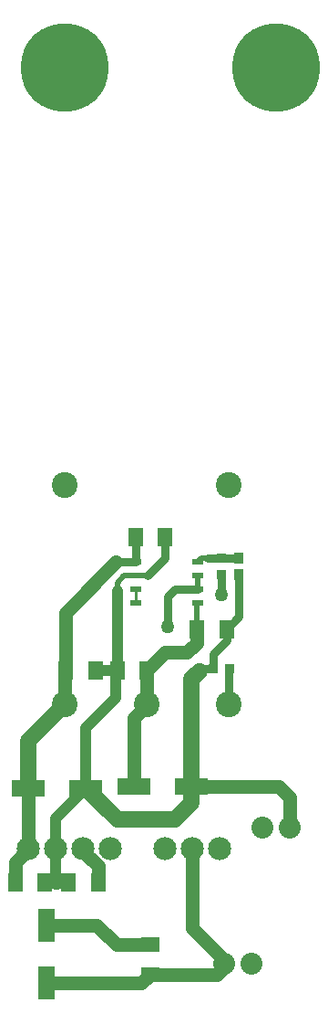
<source format=gbl>
G04*
G04 #@! TF.GenerationSoftware,Altium Limited,Altium Designer,18.1.6 (161)*
G04*
G04 Layer_Physical_Order=2*
G04 Layer_Color=16711680*
%FSLAX25Y25*%
%MOIN*%
G70*
G01*
G75*
%ADD12C,0.01000*%
%ADD14R,0.06496X0.12205*%
%ADD22C,0.05000*%
%ADD23C,0.03000*%
%ADD24C,0.09449*%
%ADD25C,0.08000*%
%ADD26C,0.08465*%
%ADD27C,0.32126*%
%ADD28C,0.05000*%
%ADD29R,0.03347X0.03740*%
%ADD30R,0.05315X0.07087*%
%ADD31R,0.12205X0.06496*%
%ADD32R,0.03740X0.03937*%
%ADD33R,0.03740X0.03347*%
%ADD34R,0.03898X0.02008*%
%ADD35R,0.07087X0.05315*%
%ADD36C,0.04000*%
%ADD37C,0.02000*%
%ADD38C,0.06000*%
D12*
X58831Y174689D02*
Y179689D01*
D14*
X26130Y57221D02*
D03*
Y36158D02*
D03*
D22*
X81217Y160276D02*
Y165189D01*
X77630Y156689D02*
X81217Y160276D01*
X69445Y156689D02*
X77630D01*
X62945Y150189D02*
X69445Y156689D01*
X19598Y107189D02*
X19630Y107158D01*
Y85189D02*
Y107158D01*
X79161Y107689D02*
X111130D01*
X115130Y103689D01*
Y92689D02*
Y103689D01*
X33217Y171276D02*
X51630Y189689D01*
X33217Y150189D02*
Y171276D01*
X62945Y150189D02*
X62992Y150142D01*
Y137795D02*
Y150142D01*
X32992Y149965D02*
X33217Y150189D01*
X32992Y137795D02*
Y149965D01*
X58098Y132902D02*
X62992Y137795D01*
X58098Y107689D02*
Y132902D01*
X29630Y72939D02*
X29880Y72689D01*
X39630Y84254D02*
Y85189D01*
Y84254D02*
X45043Y78841D01*
Y72689D02*
Y78841D01*
X14717Y80276D02*
X19630Y85189D01*
X14717Y72689D02*
Y80276D01*
X26130Y57221D02*
X26161Y57189D01*
X44630D01*
X51717Y50102D01*
X64130D01*
X79630Y56012D02*
Y85189D01*
Y56012D02*
X92520Y43122D01*
X26130Y36158D02*
X61012D01*
X64130Y39276D01*
X88673D01*
X92520Y43122D01*
D23*
X69543Y191102D02*
Y198689D01*
X63130Y184689D02*
X69543Y191102D01*
X96630Y169776D02*
Y185236D01*
X92043Y165189D02*
X96630Y169776D01*
X70630Y166189D02*
Y177189D01*
X73130Y179689D01*
X81429D01*
X58716Y198689D02*
X58831Y198575D01*
Y189689D02*
Y198575D01*
X85130Y191240D02*
X90130D01*
X90228Y191142D02*
X96630D01*
X90130Y191240D02*
X90228Y191142D01*
X90130Y177689D02*
Y185138D01*
X92992Y150500D02*
X93181Y150689D01*
X92992Y137795D02*
Y150500D01*
X87079Y150689D02*
Y156189D01*
X92043Y161153D01*
Y165189D01*
X82854Y150689D02*
X87079D01*
X51630Y189689D02*
X58831D01*
D24*
X32992Y137795D02*
D03*
X62992D02*
D03*
X92992D02*
D03*
Y217795D02*
D03*
X32992D02*
D03*
D25*
X105130Y92689D02*
D03*
X115130D02*
D03*
X101130Y43189D02*
D03*
X91130D02*
D03*
D26*
X19630Y85189D02*
D03*
X29630D02*
D03*
X39630D02*
D03*
X49630D02*
D03*
X69630D02*
D03*
X79630D02*
D03*
X89630D02*
D03*
D27*
X32992Y370079D02*
D03*
X110236D02*
D03*
D28*
X70630Y166189D02*
D03*
X90130Y177689D02*
D03*
X44630Y57189D02*
D03*
D29*
X93181Y150689D02*
D03*
X87079D02*
D03*
D30*
X92043Y165189D02*
D03*
X81217D02*
D03*
X58716Y198689D02*
D03*
X69543D02*
D03*
X25543Y72689D02*
D03*
X14717D02*
D03*
X34216D02*
D03*
X45043D02*
D03*
X33217Y150189D02*
D03*
X44043D02*
D03*
X62945D02*
D03*
X52118D02*
D03*
D31*
X58098Y107689D02*
D03*
X79161D02*
D03*
X40661Y107189D02*
D03*
X19598D02*
D03*
D32*
X96630Y185236D02*
D03*
Y191142D02*
D03*
D33*
X90130Y185138D02*
D03*
Y191240D02*
D03*
D34*
X81429Y189689D02*
D03*
Y184689D02*
D03*
Y179689D02*
D03*
Y174689D02*
D03*
X58831Y189689D02*
D03*
Y184689D02*
D03*
Y179689D02*
D03*
Y174689D02*
D03*
D35*
X64130Y50102D02*
D03*
Y39276D02*
D03*
D36*
X51630Y149701D02*
X52118Y150189D01*
X51630Y140189D02*
Y149701D01*
X40661Y129220D02*
X51630Y140189D01*
X40661Y107189D02*
Y129220D01*
X52118Y150189D02*
Y179189D01*
X44043Y150189D02*
X52118D01*
X29630Y96157D02*
X40661Y107189D01*
X29630Y85189D02*
Y96157D01*
Y72939D02*
Y85189D01*
D37*
X58831Y184689D02*
X63130D01*
X81217Y165189D02*
Y174476D01*
X81429Y179689D02*
Y184689D01*
Y189689D02*
X82980Y191240D01*
X85130D01*
X82130Y149965D02*
X82854Y150689D01*
X54630Y184689D02*
X58831D01*
X52118Y182177D02*
X54630Y184689D01*
X52118Y179189D02*
Y182177D01*
D38*
X79161Y146996D02*
X82130Y149965D01*
X79161Y107689D02*
Y146996D01*
Y101720D02*
Y107689D01*
X73130Y95689D02*
X79161Y101720D01*
X52161Y95689D02*
X73130D01*
X40661Y107189D02*
X52161Y95689D01*
X19598Y124402D02*
X32992Y137795D01*
X19598Y107189D02*
Y124402D01*
M02*

</source>
